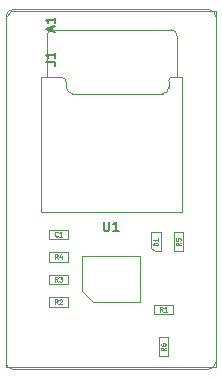
<source format=gbr>
%TF.GenerationSoftware,KiCad,Pcbnew,5.1.5+dfsg1-2~bpo10+1*%
%TF.CreationDate,Date%
%TF.ProjectId,ProMicro_LOG,50726f4d-6963-4726-9f5f-4c4f472e6b69,v1.1*%
%TF.SameCoordinates,Original*%
%TF.FileFunction,Other,Fab,Top*%
%FSLAX45Y45*%
G04 Gerber Fmt 4.5, Leading zero omitted, Abs format (unit mm)*
G04 Created by KiCad*
%MOMM*%
%LPD*%
G04 APERTURE LIST*
%ADD10C,0.100000*%
%ADD11C,0.200000*%
%ADD12C,0.060000*%
G04 APERTURE END LIST*
D10*
X-1587500Y2921000D02*
G75*
G03X-1651000Y2857500I0J-63500D01*
G01*
X127000Y2857500D02*
G75*
G03X63500Y2921000I-63500J0D01*
G01*
X63500Y-127000D02*
G75*
G03X127000Y-63500I0J63500D01*
G01*
X-1651000Y-63500D02*
G75*
G03X-1587500Y-127000I63500J0D01*
G01*
X-1651000Y2857500D02*
X-1651000Y-63500D01*
X63500Y2921000D02*
X-1587500Y2921000D01*
X127000Y-63500D02*
X127000Y2857500D01*
X-1587500Y-127000D02*
X63500Y-127000D01*
X126000Y-111000D02*
X-1651000Y-111000D01*
X-1651000Y-111000D02*
X-1651000Y2854000D01*
X-1604000Y2904000D02*
X-1651000Y2854000D01*
X-1604000Y2904000D02*
X126000Y2904000D01*
X126000Y2904000D02*
X126000Y-111000D01*
X-357500Y-16500D02*
X-357500Y143500D01*
X-277500Y-16500D02*
X-357500Y-16500D01*
X-277500Y143500D02*
X-277500Y-16500D01*
X-357500Y143500D02*
X-277500Y143500D01*
X-1126500Y976000D02*
X-1286500Y976000D01*
X-1126500Y1056000D02*
X-1126500Y976000D01*
X-1286500Y1056000D02*
X-1126500Y1056000D01*
X-1286500Y976000D02*
X-1286500Y1056000D01*
X-341000Y1032500D02*
X-421000Y1032500D01*
X-341000Y872500D02*
X-341000Y1032500D01*
X-391000Y872500D02*
X-341000Y872500D01*
X-421000Y902500D02*
X-391000Y872500D01*
X-421000Y1032500D02*
X-421000Y902500D01*
X-150500Y1032500D02*
X-150500Y872500D01*
X-230500Y1032500D02*
X-150500Y1032500D01*
X-230500Y872500D02*
X-230500Y1032500D01*
X-150500Y872500D02*
X-230500Y872500D01*
X-1126500Y785500D02*
X-1286500Y785500D01*
X-1126500Y865500D02*
X-1126500Y785500D01*
X-1286500Y865500D02*
X-1126500Y865500D01*
X-1286500Y785500D02*
X-1286500Y865500D01*
X-1126500Y595000D02*
X-1286500Y595000D01*
X-1126500Y675000D02*
X-1126500Y595000D01*
X-1286500Y675000D02*
X-1126500Y675000D01*
X-1286500Y595000D02*
X-1286500Y675000D01*
X-1126500Y404500D02*
X-1286500Y404500D01*
X-1126500Y484500D02*
X-1126500Y404500D01*
X-1286500Y484500D02*
X-1126500Y484500D01*
X-1286500Y404500D02*
X-1286500Y484500D01*
X-397500Y421000D02*
X-237500Y421000D01*
X-397500Y341000D02*
X-397500Y421000D01*
X-237500Y341000D02*
X-397500Y341000D01*
X-237500Y421000D02*
X-237500Y341000D01*
X-909500Y440000D02*
X-1007000Y537500D01*
X-517000Y440000D02*
X-909500Y440000D01*
X-517000Y830000D02*
X-517000Y440000D01*
X-1007000Y830000D02*
X-517000Y830000D01*
X-1007000Y537500D02*
X-1007000Y830000D01*
X-1302500Y2698000D02*
G75*
G02X-1252500Y2748000I50000J0D01*
G01*
X-252500Y2748000D02*
G75*
G02X-202500Y2698000I0J-50000D01*
G01*
X-1302500Y2698000D02*
X-1302500Y2348000D01*
X-202500Y2348000D02*
X-202500Y2698000D01*
X-162500Y1208000D02*
X-162500Y2348000D01*
X-162500Y2348000D02*
X-241000Y2348000D01*
X-1357500Y2348000D02*
X-1357500Y1208000D01*
X-162500Y1208000D02*
X-1357500Y1208000D01*
X-322000Y2208000D02*
X-1088000Y2208000D01*
X-1138000Y2258000D02*
X-1138000Y2298000D01*
X-1357500Y2348000D02*
X-1188000Y2348000D01*
X-272000Y2318000D02*
X-272000Y2258000D01*
X-272000Y2318000D02*
G75*
G02X-242000Y2348000I30000J0D01*
G01*
X-272000Y2258000D02*
G75*
G02X-322000Y2208000I-50000J0D01*
G01*
X-1138000Y2258000D02*
G75*
G03X-1088000Y2208000I50000J0D01*
G01*
X-1188000Y2348000D02*
G75*
G02X-1138000Y2298000I0J-50000D01*
G01*
X-1252500Y2748000D02*
X-252500Y2748000D01*
D11*
X-1256667Y2736857D02*
X-1256667Y2774952D01*
X-1233810Y2729238D02*
X-1313810Y2755905D01*
X-1233810Y2782572D01*
X-1233810Y2851143D02*
X-1233810Y2805429D01*
X-1233810Y2828286D02*
X-1313810Y2828286D01*
X-1302381Y2820667D01*
X-1294762Y2813048D01*
X-1290952Y2805429D01*
D12*
X-299405Y56833D02*
X-318452Y43500D01*
X-299405Y33976D02*
X-339405Y33976D01*
X-339405Y49214D01*
X-337500Y53024D01*
X-335595Y54929D01*
X-331786Y56833D01*
X-326072Y56833D01*
X-322262Y54929D01*
X-320357Y53024D01*
X-318452Y49214D01*
X-318452Y33976D01*
X-339405Y91119D02*
X-339405Y83500D01*
X-337500Y79691D01*
X-335595Y77786D01*
X-329881Y73976D01*
X-322262Y72072D01*
X-307024Y72072D01*
X-303214Y73976D01*
X-301310Y75881D01*
X-299405Y79691D01*
X-299405Y87310D01*
X-301310Y91119D01*
X-303214Y93024D01*
X-307024Y94929D01*
X-316548Y94929D01*
X-320357Y93024D01*
X-322262Y91119D01*
X-324167Y87310D01*
X-324167Y79691D01*
X-322262Y75881D01*
X-320357Y73976D01*
X-316548Y72072D01*
X-1213167Y1001714D02*
X-1215072Y999810D01*
X-1220786Y997905D01*
X-1224595Y997905D01*
X-1230310Y999810D01*
X-1234119Y1003619D01*
X-1236024Y1007429D01*
X-1237929Y1015048D01*
X-1237929Y1020762D01*
X-1236024Y1028381D01*
X-1234119Y1032190D01*
X-1230310Y1036000D01*
X-1224595Y1037905D01*
X-1220786Y1037905D01*
X-1215072Y1036000D01*
X-1213167Y1034095D01*
X-1175072Y997905D02*
X-1197929Y997905D01*
X-1186500Y997905D02*
X-1186500Y1037905D01*
X-1190310Y1032190D01*
X-1194119Y1028381D01*
X-1197929Y1026476D01*
X-362905Y922976D02*
X-402905Y922976D01*
X-402905Y932500D01*
X-401000Y938214D01*
X-397190Y942024D01*
X-393381Y943929D01*
X-385762Y945833D01*
X-380048Y945833D01*
X-372429Y943929D01*
X-368619Y942024D01*
X-364810Y938214D01*
X-362905Y932500D01*
X-362905Y922976D01*
X-362905Y983929D02*
X-362905Y961071D01*
X-362905Y972500D02*
X-402905Y972500D01*
X-397190Y968690D01*
X-393381Y964881D01*
X-391476Y961071D01*
X-172405Y945833D02*
X-191452Y932500D01*
X-172405Y922976D02*
X-212405Y922976D01*
X-212405Y938214D01*
X-210500Y942024D01*
X-208595Y943929D01*
X-204786Y945833D01*
X-199071Y945833D01*
X-195262Y943929D01*
X-193357Y942024D01*
X-191452Y938214D01*
X-191452Y922976D01*
X-212405Y982024D02*
X-212405Y962976D01*
X-193357Y961071D01*
X-195262Y962976D01*
X-197167Y966786D01*
X-197167Y976310D01*
X-195262Y980119D01*
X-193357Y982024D01*
X-189548Y983929D01*
X-180024Y983929D01*
X-176214Y982024D01*
X-174310Y980119D01*
X-172405Y976310D01*
X-172405Y966786D01*
X-174310Y962976D01*
X-176214Y961071D01*
X-1213167Y807405D02*
X-1226500Y826452D01*
X-1236024Y807405D02*
X-1236024Y847405D01*
X-1220786Y847405D01*
X-1216976Y845500D01*
X-1215072Y843595D01*
X-1213167Y839786D01*
X-1213167Y834071D01*
X-1215072Y830262D01*
X-1216976Y828357D01*
X-1220786Y826452D01*
X-1236024Y826452D01*
X-1178881Y834071D02*
X-1178881Y807405D01*
X-1188405Y849310D02*
X-1197929Y820738D01*
X-1173167Y820738D01*
X-1213167Y616905D02*
X-1226500Y635952D01*
X-1236024Y616905D02*
X-1236024Y656905D01*
X-1220786Y656905D01*
X-1216976Y655000D01*
X-1215072Y653095D01*
X-1213167Y649286D01*
X-1213167Y643572D01*
X-1215072Y639762D01*
X-1216976Y637857D01*
X-1220786Y635952D01*
X-1236024Y635952D01*
X-1199833Y656905D02*
X-1175072Y656905D01*
X-1188405Y641667D01*
X-1182691Y641667D01*
X-1178881Y639762D01*
X-1176976Y637857D01*
X-1175072Y634048D01*
X-1175072Y624524D01*
X-1176976Y620714D01*
X-1178881Y618810D01*
X-1182691Y616905D01*
X-1194119Y616905D01*
X-1197929Y618810D01*
X-1199833Y620714D01*
X-1213167Y426405D02*
X-1226500Y445452D01*
X-1236024Y426405D02*
X-1236024Y466405D01*
X-1220786Y466405D01*
X-1216976Y464500D01*
X-1215072Y462595D01*
X-1213167Y458786D01*
X-1213167Y453071D01*
X-1215072Y449262D01*
X-1216976Y447357D01*
X-1220786Y445452D01*
X-1236024Y445452D01*
X-1197929Y462595D02*
X-1196024Y464500D01*
X-1192214Y466405D01*
X-1182691Y466405D01*
X-1178881Y464500D01*
X-1176976Y462595D01*
X-1175072Y458786D01*
X-1175072Y454976D01*
X-1176976Y449262D01*
X-1199833Y426405D01*
X-1175072Y426405D01*
X-324167Y362905D02*
X-337500Y381952D01*
X-347024Y362905D02*
X-347024Y402905D01*
X-331786Y402905D01*
X-327976Y401000D01*
X-326072Y399095D01*
X-324167Y395286D01*
X-324167Y389571D01*
X-326072Y385762D01*
X-327976Y383857D01*
X-331786Y381952D01*
X-347024Y381952D01*
X-286072Y362905D02*
X-308929Y362905D01*
X-297500Y362905D02*
X-297500Y402905D01*
X-301310Y397190D01*
X-305119Y393381D01*
X-308929Y391476D01*
D11*
X-822952Y1123310D02*
X-822952Y1058548D01*
X-819143Y1050929D01*
X-815333Y1047119D01*
X-807714Y1043310D01*
X-792476Y1043310D01*
X-784857Y1047119D01*
X-781048Y1050929D01*
X-777238Y1058548D01*
X-777238Y1123310D01*
X-697238Y1043310D02*
X-742952Y1043310D01*
X-720095Y1043310D02*
X-720095Y1123310D01*
X-727714Y1111881D01*
X-735333Y1104262D01*
X-742952Y1100452D01*
X-1313810Y2475233D02*
X-1256667Y2475233D01*
X-1245238Y2471424D01*
X-1237619Y2463805D01*
X-1233810Y2452376D01*
X-1233810Y2444757D01*
X-1233810Y2555233D02*
X-1233810Y2509519D01*
X-1233810Y2532376D02*
X-1313810Y2532376D01*
X-1302381Y2524757D01*
X-1294762Y2517138D01*
X-1290952Y2509519D01*
M02*

</source>
